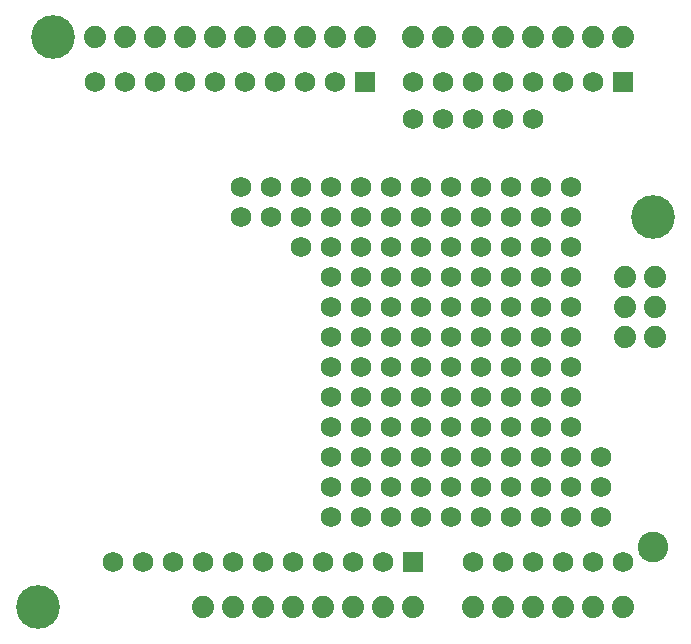
<source format=gbs>
G75*
G70*
%OFA0B0*%
%FSLAX24Y24*%
%IPPOS*%
%LPD*%
%AMOC8*
5,1,8,0,0,1.08239X$1,22.5*
%
%ADD10C,0.0680*%
%ADD11C,0.0740*%
%ADD12C,0.1458*%
%ADD13C,0.1025*%
%ADD14R,0.0680X0.0680*%
D10*
X009487Y002890D03*
X010487Y002890D03*
X011487Y002890D03*
X012487Y002890D03*
X013487Y002890D03*
X014487Y002890D03*
X015487Y002890D03*
X016487Y002890D03*
X017487Y002890D03*
X018487Y002890D03*
X018737Y004390D03*
X019737Y004390D03*
X020737Y004390D03*
X021737Y004390D03*
X022737Y004390D03*
X023737Y004390D03*
X024737Y004390D03*
X025737Y004390D03*
X025737Y005390D03*
X024737Y005390D03*
X023737Y005390D03*
X022737Y005390D03*
X021737Y005390D03*
X020737Y005390D03*
X019737Y005390D03*
X018737Y005390D03*
X017737Y005390D03*
X016737Y005390D03*
X016737Y004390D03*
X017737Y004390D03*
X017737Y006390D03*
X016737Y006390D03*
X016737Y007390D03*
X017737Y007390D03*
X018737Y007390D03*
X019737Y007390D03*
X020737Y007390D03*
X021737Y007390D03*
X022737Y007390D03*
X023737Y007390D03*
X024737Y007390D03*
X024737Y006390D03*
X025737Y006390D03*
X023737Y006390D03*
X022737Y006390D03*
X021737Y006390D03*
X020737Y006390D03*
X019737Y006390D03*
X018737Y006390D03*
X018737Y008390D03*
X019737Y008390D03*
X020737Y008390D03*
X021737Y008390D03*
X022737Y008390D03*
X023737Y008390D03*
X024737Y008390D03*
X024737Y009390D03*
X024737Y010390D03*
X023737Y010390D03*
X022737Y010390D03*
X022737Y009390D03*
X023737Y009390D03*
X021737Y009390D03*
X020737Y009390D03*
X020737Y010390D03*
X021737Y010390D03*
X021737Y011390D03*
X020737Y011390D03*
X020737Y012390D03*
X021737Y012390D03*
X022737Y012390D03*
X023737Y012390D03*
X024737Y012390D03*
X024737Y011390D03*
X023737Y011390D03*
X022737Y011390D03*
X022737Y013390D03*
X023737Y013390D03*
X024737Y013390D03*
X024737Y014390D03*
X024737Y015390D03*
X023737Y015390D03*
X022737Y015390D03*
X022737Y014390D03*
X023737Y014390D03*
X021737Y014390D03*
X020737Y014390D03*
X020737Y015390D03*
X021737Y015390D03*
X019737Y015390D03*
X018737Y015390D03*
X018737Y014390D03*
X019737Y014390D03*
X019737Y013390D03*
X018737Y013390D03*
X017737Y013390D03*
X016737Y013390D03*
X015737Y013390D03*
X015737Y014390D03*
X014737Y014390D03*
X014737Y015390D03*
X015737Y015390D03*
X016737Y015390D03*
X017737Y015390D03*
X017737Y014390D03*
X016737Y014390D03*
X016737Y012390D03*
X017737Y012390D03*
X018737Y012390D03*
X019737Y012390D03*
X019737Y011390D03*
X018737Y011390D03*
X017737Y011390D03*
X016737Y011390D03*
X016737Y010390D03*
X017737Y010390D03*
X018737Y010390D03*
X019737Y010390D03*
X019737Y009390D03*
X018737Y009390D03*
X017737Y009390D03*
X016737Y009390D03*
X016737Y008390D03*
X017737Y008390D03*
X020737Y013390D03*
X021737Y013390D03*
X021487Y017640D03*
X022487Y017640D03*
X023487Y017640D03*
X023487Y018890D03*
X024487Y018890D03*
X025487Y018890D03*
X022487Y018890D03*
X021487Y018890D03*
X020487Y018890D03*
X019487Y018890D03*
X019487Y017640D03*
X020487Y017640D03*
X016887Y018890D03*
X015887Y018890D03*
X014887Y018890D03*
X013887Y018890D03*
X012887Y018890D03*
X011887Y018890D03*
X010887Y018890D03*
X009887Y018890D03*
X008887Y018890D03*
X013737Y015390D03*
X013737Y014390D03*
X021487Y002890D03*
X022487Y002890D03*
X023487Y002890D03*
X024487Y002890D03*
X025487Y002890D03*
X026487Y002890D03*
D11*
X026487Y001390D03*
X025487Y001390D03*
X024487Y001390D03*
X023487Y001390D03*
X022487Y001390D03*
X021487Y001390D03*
X019487Y001390D03*
X018487Y001390D03*
X017487Y001390D03*
X016487Y001390D03*
X015487Y001390D03*
X014487Y001390D03*
X013487Y001390D03*
X012487Y001390D03*
X026542Y010370D03*
X027542Y010370D03*
X027542Y011370D03*
X026542Y011370D03*
X026542Y012370D03*
X027542Y012370D03*
X026487Y020390D03*
X025487Y020390D03*
X024487Y020390D03*
X023487Y020390D03*
X022487Y020390D03*
X021487Y020390D03*
X020487Y020390D03*
X019487Y020390D03*
X017887Y020390D03*
X016887Y020390D03*
X015887Y020390D03*
X014887Y020390D03*
X013887Y020390D03*
X012887Y020390D03*
X011887Y020390D03*
X010887Y020390D03*
X009887Y020390D03*
X008887Y020390D03*
D12*
X006987Y001390D03*
X027487Y014390D03*
X007487Y020390D03*
D13*
X027487Y003390D03*
D14*
X019487Y002890D03*
X017887Y018890D03*
X026487Y018890D03*
M02*

</source>
